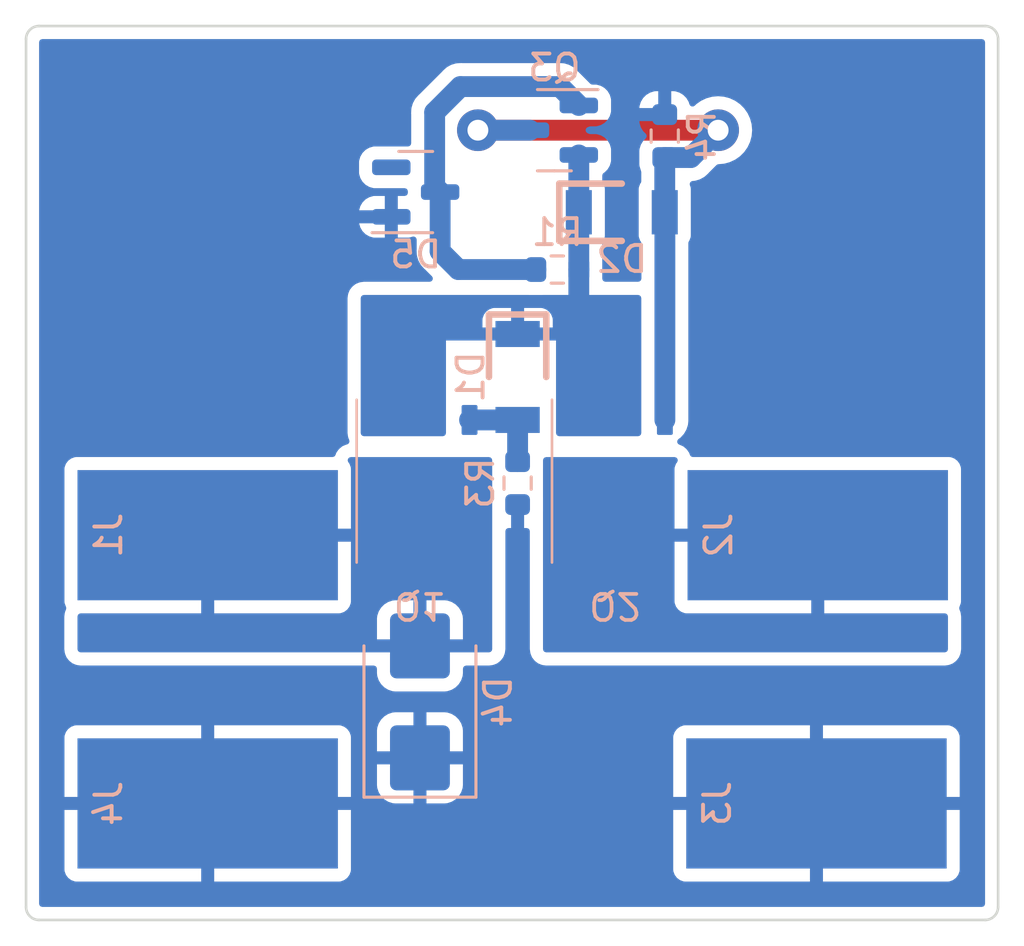
<source format=kicad_pcb>
(kicad_pcb (version 20221018) (generator pcbnew)
  (title_block (title "Circuit Protection") (date "2023-04-18") (rev "V2") (company "erry Leumas"))
  (layers (0 "F.Cu" signal) (31 "B.Cu" signal) (34 "B.Paste" user) (35 "F.Paste" user) (36 "B.SilkS" user "B.Silkscreen") (37 "F.SilkS" user "F.Silkscreen") (38 "B.Mask" user) (39 "F.Mask" user) (44 "Edge.Cuts" user))
  (net 0 "")
  (net 1 "/Vout")
  (net 2 "GND")
  (net 3 "/Vin")
  (net 5 "Net-(D5-K)")
  (net 6 "Net-(D1-K)")
  (net 7 "Net-(D2-A)")
  (net 8 "Net-(D1-A)")
  (footprint "pl_MOSFET:G65P06D5" (layer "B.Cu") (at 141.35 105.05)
    (fp_text reference "Q2" (at 0 4.26 180 unlocked) (layer "B.SilkS") (effects (font (thickness 0.142857)) (justify mirror)))
    (fp_text value "G65P06D5")
    (fp_line (start -2.43 2.6) (end -2.43 -3.65) (stroke (width 0.1)) (layer "B.SilkS"))
    (pad "1" smd roundrect (at -1.905 -2.875) (size 0.61 1.15) (layers "B.Cu" "B.Paste" "B.Mask") (roundrect_rratio 0.1) (net 6 "Net-(D1-K)") (clearance 0.05))
    (pad "2" smd roundrect (at -0.635 -2.875) (size 0.61 1.15) (layers "B.Cu" "B.Paste" "B.Mask") (roundrect_rratio 0.1) (net 6 "Net-(D1-K)") (clearance 0.05))
    (pad "3" smd roundrect (at 0.635 -2.875) (size 0.61 1.15) (layers "B.Cu" "B.Paste" "B.Mask") (roundrect_rratio 0.1) (net 6 "Net-(D1-K)") (clearance 0.05))
    (pad "4" smd roundrect (at 1.905 -2.875) (size 0.61 1.15) (layers "B.Cu" "B.Paste" "B.Mask") (roundrect_rratio 0.1) (net 7 "Net-(D2-A)") (clearance 0.05))
    (pad "5" smd custom (at 0 0.85) (size 4.42 3.5) (layers "B.Cu" "B.Mask") (net 1 "/Vout") (clearance 0.05) (options (clearance outline) (anchor rect)) (primitives (gr_poly (pts (xy 1.6 1.75) (xy 1.6 2.6) (xy 2.21 2.6) (xy 2.21 1.75)) (width 0) (fill yes)) (gr_poly (pts (xy 0.33 1.75) (xy 0.33 2.6) (xy 0.94 2.6) (xy 0.94 1.75)) (width 0) (fill yes)) (gr_poly (pts (xy -0.94 1.75) (xy -0.94 2.6) (xy -0.33 2.6) (xy -0.33 1.75)) (width 0) (fill yes)) (gr_poly (pts (xy -2.21 1.75) (xy -2.21 2.6) (xy -1.6 2.6) (xy -1.6 1.75)) (width 0) (fill yes))))
  )
  (footprint "Connector_Wire:SolderWirePad_1x01_SMD_5x10mm" (layer "B.Cu") (at 125.7 106.6 -90)
    (fp_text reference "J1" (at 0 3.81 90) (layer "B.SilkS") (effects (justify mirror)))
    (fp_text value "Conn_01x01")
    (pad "1" smd rect (at 0 0 270) (size 5 10) (layers "B.Cu" "B.Paste" "B.Mask") (net 3 "/Vin"))
  )
  (footprint "Diode_SMD:D_SMB" (layer "B.Cu") (at 133.85 113 90)
    (fp_text reference "D4" (at 0 3 90) (layer "B.SilkS") (effects (justify mirror)))
    (fp_text value "SMBJ45CA")
    (fp_line (start -3.66 -2.15) (end 2.15 -2.15) (stroke (width 0.12)) (layer "B.SilkS"))
    (fp_line (start -3.66 2.15) (end -3.66 -2.15) (stroke (width 0.12)) (layer "B.SilkS"))
    (fp_line (start -3.66 2.15) (end 2.15 2.15) (stroke (width 0.12)) (layer "B.SilkS"))
    (pad "1" smd roundrect (at -2.15 0 90) (size 2.5 2.3) (layers "B.Cu" "B.Paste" "B.Mask") (roundrect_rratio 0.1086956522) (net 2 "GND"))
    (pad "2" smd roundrect (at 2.15 0 90) (size 2.5 2.3) (layers "B.Cu" "B.Paste" "B.Mask") (roundrect_rratio 0.1086956522) (net 3 "/Vin"))
  )
  (footprint "pl_diode:Nexperia_BZV55_SOD80C" (layer "B.Cu") (at 137.6 100.525 -90)
    (fp_text reference "D1" (at 0 1.8 90) (layer "B.SilkS") (effects (justify mirror)))
    (fp_text value "15V")
    (fp_line (start -2.4 -1.1) (end 0 -1.1) (stroke (width 0.25)) (layer "B.SilkS"))
    (fp_line (start -2.4 1.1) (end -2.4 -1.1) (stroke (width 0.25)) (layer "B.SilkS"))
    (fp_line (start 0 1.1) (end -2.4 1.1) (stroke (width 0.25)) (layer "B.SilkS"))
    (pad "1" smd rect (at -1.65 0 270) (size 1 1.7) (layers "B.Cu" "B.Paste" "B.Mask") (net 6 "Net-(D1-K)"))
    (pad "2" smd rect (at 1.65 0 270) (size 1 1.7) (layers "B.Cu" "B.Paste" "B.Mask") (net 8 "Net-(D1-A)"))
  )
  (footprint "pl_diode:Nexperia_BZV55_SOD80C" (layer "B.Cu") (at 141.6 94.2)
    (fp_text reference "D2" (at 0 1.8) (layer "B.SilkS") (effects (justify mirror)))
    (fp_text value "15V")
    (fp_line (start -2.4 -1.1) (end 0 -1.1) (stroke (width 0.25)) (layer "B.SilkS"))
    (fp_line (start -2.4 1.1) (end -2.4 -1.1) (stroke (width 0.25)) (layer "B.SilkS"))
    (fp_line (start 0 1.1) (end -2.4 1.1) (stroke (width 0.25)) (layer "B.SilkS"))
    (pad "1" smd rect (at -1.65 0) (size 1 1.7) (layers "B.Cu" "B.Paste" "B.Mask") (net 6 "Net-(D1-K)"))
    (pad "2" smd rect (at 1.65 0) (size 1 1.7) (layers "B.Cu" "B.Paste" "B.Mask") (net 7 "Net-(D2-A)"))
  )
  (footprint "Connector_Wire:SolderWirePad_1x01_SMD_5x10mm" (layer "B.Cu") (at 149.125 106.6 -90)
    (fp_text reference "J2" (at 0 3.81 90) (layer "B.SilkS") (effects (justify mirror)))
    (fp_text value "Conn_01x01")
    (pad "1" smd rect (at 0 0 270) (size 5 10) (layers "B.Cu" "B.Paste" "B.Mask") (net 1 "/Vout"))
  )
  (footprint "Package_TO_SOT_SMD:SOT-23" (layer "B.Cu") (at 139.0125 91.05 180)
    (fp_text reference "Q3" (at 0 2.4) (layer "B.SilkS") (effects (justify mirror)))
    (fp_text value "MMBT2907A")
    (fp_line (start 0 -1.56) (end -0.65 -1.56) (stroke (width 0.12)) (layer "B.SilkS"))
    (fp_line (start 0 -1.56) (end 0.65 -1.56) (stroke (width 0.12)) (layer "B.SilkS"))
    (fp_line (start 0 1.56) (end -1.675 1.56) (stroke (width 0.12)) (layer "B.SilkS"))
    (fp_line (start 0 1.56) (end 0.65 1.56) (stroke (width 0.12)) (layer "B.SilkS"))
    (pad "1" smd roundrect (at -0.9375 0.95 180) (size 1.475 0.6) (layers "B.Cu" "B.Paste" "B.Mask") (net 5 "Net-(D5-K)"))
    (pad "2" smd roundrect (at -0.9375 -0.95 180) (size 1.475 0.6) (layers "B.Cu" "B.Paste" "B.Mask") (net 6 "Net-(D1-K)"))
    (pad "3" smd roundrect (at 0.9375 0 180) (size 1.475 0.6) (layers "B.Cu" "B.Paste" "B.Mask") (net 7 "Net-(D2-A)"))
  )
  (footprint "Resistor_SMD:R_0603_1608Metric" (layer "B.Cu") (at 139.125 96.4 180)
    (fp_text reference "R1" (at 0 1.43) (layer "B.SilkS") (effects (justify mirror)))
    (fp_text value "10k")
    (fp_line (start -0.237258 -0.5225) (end 0.237258 -0.5225) (stroke (width 0.12)) (layer "B.SilkS"))
    (fp_line (start -0.237258 0.5225) (end 0.237258 0.5225) (stroke (width 0.12)) (layer "B.SilkS"))
    (pad "1" smd roundrect (at -0.825 0 180) (size 0.8 0.95) (layers "B.Cu" "B.Paste" "B.Mask") (net 6 "Net-(D1-K)"))
    (pad "2" smd roundrect (at 0.825 0 180) (size 0.8 0.95) (layers "B.Cu" "B.Paste" "B.Mask") (net 5 "Net-(D5-K)"))
  )
  (footprint "Package_TO_SOT_SMD:SOT-23" (layer "B.Cu") (at 133.6875 93.425)
    (fp_text reference "D5" (at 0 2.4) (layer "B.SilkS") (effects (justify mirror)))
    (fp_text value "43V")
    (fp_line (start 0 -1.56) (end -0.65 -1.56) (stroke (width 0.12)) (layer "B.SilkS"))
    (fp_line (start 0 -1.56) (end 0.65 -1.56) (stroke (width 0.12)) (layer "B.SilkS"))
    (fp_line (start 0 1.56) (end -1.675 1.56) (stroke (width 0.12)) (layer "B.SilkS"))
    (fp_line (start 0 1.56) (end 0.65 1.56) (stroke (width 0.12)) (layer "B.SilkS"))
    (pad "1" smd roundrect (at -0.9375 0.95) (size 1.475 0.6) (layers "B.Cu" "B.Paste" "B.Mask") (net 2 "GND"))
    (pad "2" smd roundrect (at -0.9375 -0.95) (size 1.475 0.6) (layers "B.Cu" "B.Paste" "B.Mask"))
    (pad "3" smd roundrect (at 0.9375 0) (size 1.475 0.6) (layers "B.Cu" "B.Paste" "B.Mask") (net 5 "Net-(D5-K)"))
  )
  (footprint "pl_MOSFET:G65P06D5" (layer "B.Cu") (at 133.85 105.05)
    (fp_text reference "Q1" (at 0 4.26 180 unlocked) (layer "B.SilkS") (effects (font (thickness 0.142857)) (justify mirror)))
    (fp_text value "G65P06D5")
    (fp_line (start -2.43 2.6) (end -2.43 -3.65) (stroke (width 0.1)) (layer "B.SilkS"))
    (pad "1" smd roundrect (at -1.905 -2.875) (size 0.61 1.15) (layers "B.Cu" "B.Paste" "B.Mask") (roundrect_rratio 0.1) (net 6 "Net-(D1-K)") (clearance 0.05))
    (pad "2" smd roundrect (at -0.635 -2.875) (size 0.61 1.15) (layers "B.Cu" "B.Paste" "B.Mask") (roundrect_rratio 0.1) (net 6 "Net-(D1-K)") (clearance 0.05))
    (pad "3" smd roundrect (at 0.635 -2.875) (size 0.61 1.15) (layers "B.Cu" "B.Paste" "B.Mask") (roundrect_rratio 0.1) (net 6 "Net-(D1-K)") (clearance 0.05))
    (pad "4" smd roundrect (at 1.905 -2.875) (size 0.61 1.15) (layers "B.Cu" "B.Paste" "B.Mask") (roundrect_rratio 0.1) (net 8 "Net-(D1-A)") (clearance 0.05))
    (pad "5" smd custom (at 0 0.85) (size 4.42 3.5) (layers "B.Cu" "B.Mask") (net 3 "/Vin") (clearance 0.05) (options (clearance outline) (anchor rect)) (primitives (gr_poly (pts (xy 1.6 1.75) (xy 1.6 2.6) (xy 2.21 2.6) (xy 2.21 1.75)) (width 0) (fill yes)) (gr_poly (pts (xy 0.33 1.75) (xy 0.33 2.6) (xy 0.94 2.6) (xy 0.94 1.75)) (width 0) (fill yes)) (gr_poly (pts (xy -0.94 1.75) (xy -0.94 2.6) (xy -0.33 2.6) (xy -0.33 1.75)) (width 0) (fill yes)) (gr_poly (pts (xy -2.21 1.75) (xy -2.21 2.6) (xy -1.6 2.6) (xy -1.6 1.75)) (width 0) (fill yes))))
  )
  (footprint "Connector_Wire:SolderWirePad_1x01_SMD_5x10mm" (layer "B.Cu") (at 149.075 116.9 -90)
    (fp_text reference "J3" (at 0 3.81 90) (layer "B.SilkS") (effects (justify mirror)))
    (fp_text value "Conn_01x01")
    (pad "1" smd rect (at 0 0 270) (size 5 10) (layers "B.Cu" "B.Paste" "B.Mask") (net 2 "GND"))
  )
  (footprint "Resistor_SMD:R_0603_1608Metric" (layer "B.Cu") (at 137.6 104.6 -90)
    (fp_text reference "R3" (at 0 1.43 90) (layer "B.SilkS") (effects (justify mirror)))
    (fp_text value "10k")
    (fp_line (start -0.237258 -0.5225) (end 0.237258 -0.5225) (stroke (width 0.12)) (layer "B.SilkS"))
    (fp_line (start -0.237258 0.5225) (end 0.237258 0.5225) (stroke (width 0.12)) (layer "B.SilkS"))
    (pad "1" smd roundrect (at -0.825 0 270) (size 0.8 0.95) (layers "B.Cu" "B.Paste" "B.Mask") (net 8 "Net-(D1-A)"))
    (pad "2" smd roundrect (at 0.825 0 270) (size 0.8 0.95) (layers "B.Cu" "B.Paste" "B.Mask") (net 2 "GND"))
  )
  (footprint "Resistor_SMD:R_0603_1608Metric" (layer "B.Cu") (at 143.25 91.275 90)
    (fp_text reference "R4" (at 0 1.43 90) (layer "B.SilkS") (effects (justify mirror)))
    (fp_text value "10k")
    (fp_line (start -0.237258 -0.5225) (end 0.237258 -0.5225) (stroke (width 0.12)) (layer "B.SilkS"))
    (fp_line (start -0.237258 0.5225) (end 0.237258 0.5225) (stroke (width 0.12)) (layer "B.SilkS"))
    (pad "1" smd roundrect (at -0.825 0 90) (size 0.8 0.95) (layers "B.Cu" "B.Paste" "B.Mask") (net 7 "Net-(D2-A)"))
    (pad "2" smd roundrect (at 0.825 0 90) (size 0.8 0.95) (layers "B.Cu" "B.Paste" "B.Mask") (net 2 "GND"))
  )
  (footprint "Connector_Wire:SolderWirePad_1x01_SMD_5x10mm" (layer "B.Cu") (at 125.7 116.9 -90)
    (fp_text reference "J4" (at 0 3.81 90) (layer "B.SilkS") (effects (justify mirror)))
    (fp_text value "Conn_01x01")
    (pad "1" smd rect (at 0 0 270) (size 5 10) (layers "B.Cu" "B.Paste" "B.Mask") (net 2 "GND"))
  )
  (gr_arc (start 155.55 87.05) (mid 155.903553 87.196447) (end 156.05 87.55) (stroke (width 0.1)) (layer "Edge.Cuts"))
  (gr_line (start 119.225 121.375) (end 155.55 121.375) (stroke (width 0.1)) (layer "Edge.Cuts"))
  (gr_arc (start 118.725 87.55) (mid 118.871447 87.196447) (end 119.225 87.05) (stroke (width 0.1)) (layer "Edge.Cuts"))
  (gr_arc (start 119.225 121.375) (mid 118.871447 121.228553) (end 118.725 120.875) (stroke (width 0.1)) (layer "Edge.Cuts"))
  (gr_line (start 156.05 120.875) (end 156.05 87.55) (stroke (width 0.1)) (layer "Edge.Cuts"))
  (gr_line (start 155.55 87.05) (end 119.225 87.05) (stroke (width 0.1)) (layer "Edge.Cuts"))
  (gr_arc (start 156.05 120.875) (mid 155.903553 121.228553) (end 155.55 121.375) (stroke (width 0.1)) (layer "Edge.Cuts"))
  (gr_line (start 118.725 87.55) (end 118.725 120.875) (stroke (width 0.1)) (layer "Edge.Cuts"))
  (segment (start 139.225 89.375) (end 139.95 90.1) (width 0.8) (layer "B.Cu") (net 5))
  (segment (start 134.625 95.7) (end 134.625 93.425) (width 0.8) (layer "B.Cu") (net 5))
  (segment (start 135.402405 89.375) (end 139.225 89.375) (width 0.8) (layer "B.Cu") (net 5))
  (segment (start 134.415 90.362405) (end 135.402405 89.375) (width 0.8) (layer "B.Cu") (net 5))
  (segment (start 134.415 93.215) (end 134.415 90.362405) (width 0.8) (layer "B.Cu") (net 5))
  (segment (start 135.325 96.4) (end 134.625 95.7) (width 0.8) (layer "B.Cu") (net 5))
  (segment (start 134.625 93.425) (end 134.415 93.215) (width 0.8) (layer "B.Cu") (net 5))
  (segment (start 138.3 96.4) (end 135.325 96.4) (width 0.8) (layer "B.Cu") (net 5))
  (segment (start 139.95 94.2) (end 139.95 96.4) (width 0.8) (layer "B.Cu") (net 6))
  (segment (start 139.95 94.2) (end 139.95 92) (width 0.8) (layer "B.Cu") (net 6))
  (segment (start 139.95 96.4) (end 139.95 97.8) (width 0.8) (layer "B.Cu") (net 6))
  (segment (start 136.075 91.05) (end 145.3 91.05) (width 0.8) (layer "F.Cu") (net 7))
  (via (at 136.075 91.05) (size 1.6) (drill 0.8) (layers "F.Cu" "B.Cu") (net 7))
  (via (at 145.3 91.05) (size 1.6) (drill 0.8) (layers "F.Cu" "B.Cu") (net 7))
  (segment (start 144.25 92.1) (end 143.25 92.1) (width 0.8) (layer "B.Cu") (net 7))
  (segment (start 143.255 102.175) (end 143.255 94.205) (width 0.8) (layer "B.Cu") (net 7))
  (segment (start 143.255 94.205) (end 143.25 94.2) (width 0.8) (layer "B.Cu") (net 7))
  (segment (start 138.075 91.05) (end 136.075 91.05) (width 0.8) (layer "B.Cu") (net 7))
  (segment (start 143.25 94.2) (end 143.25 92.1) (width 0.8) (layer "B.Cu") (net 7))
  (segment (start 145.3 91.05) (end 144.25 92.1) (width 0.8) (layer "B.Cu") (net 7))
  (segment (start 135.755 102.175) (end 137.6 102.175) (width 0.8) (layer "B.Cu") (net 8))
  (segment (start 137.6 102.175) (end 137.6 103.775) (width 0.8) (layer "B.Cu") (net 8))
  (zone (net 1) (net_name "/Vout") (layer "B.Cu") (priority 1) (connect_pads (clearance 0.5)) (min_thickness 0.25) (fill yes (thermal_gap 0.5) (thermal_bridge_width 0.5))
    (polygon (pts (xy 138.575 103.6) (xy 154.125 103.6) (xy 154.125 111.1) (xy 138.575 111.1)))
  )
  (zone (net 2) (net_name "GND") (layer "B.Cu") (connect_pads (clearance 0.5)) (min_thickness 0.25) (fill yes (thermal_gap 0.5) (thermal_bridge_width 0.5))
    (polygon (pts (xy 117.725 122.375) (xy 157.05 122.375) (xy 157.05 86.05) (xy 117.725 86.05)))
  )
  (zone (net 6) (net_name "Net-(D1-K)") (layer "B.Cu") (priority 1) (connect_pads (clearance 0.5)) (min_thickness 0.25) (fill yes (thermal_gap 0.5) (thermal_bridge_width 0.5))
    (polygon (pts (xy 131.575 102.8) (xy 134.85 102.8) (xy 134.85 99.125) (xy 139.075 99.125) (xy 139.075 102.8) (xy 142.35 102.8) (xy 142.35 97.375) (xy 131.575 97.375)))
  )
  (zone (net 3) (net_name "/Vin") (layer "B.Cu") (connect_pads (clearance 0.5)) (min_thickness 0.25) (fill yes (thermal_gap 0.5) (thermal_bridge_width 0.5))
    (polygon (pts (xy 136.625 103.6) (xy 120.7 103.6) (xy 120.7 111.1) (xy 136.625 111.1)))
  )
)
</source>
